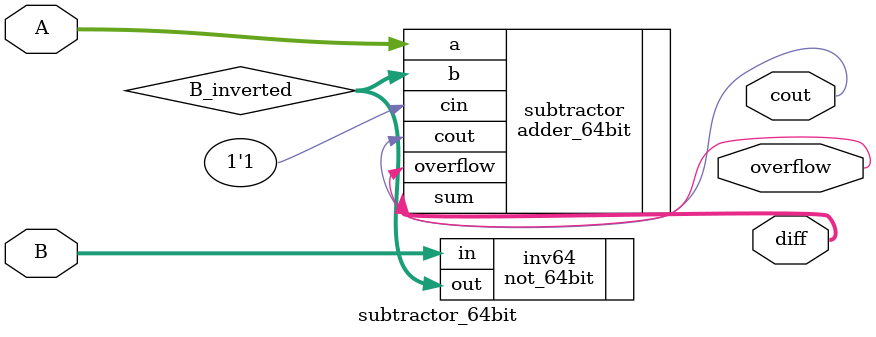
<source format=sv>
module subtractor_64bit (A, B, diff, cout, overflow);
	input logic [63:0] A, B;
	output logic [63:0] diff;
	output logic cout;
	output logic overflow;
	
	logic [63:0] B_inverted;
	not_64bit inv64 (.in(B), .out(B_inverted));
	
	// A - B = A + (-B)
	// -B = 2C form of B = bit flips + 1, so carry_in = 1
	
	adder_64bit subtractor (.a(A), .b(B_inverted), .cin(1'b1), .sum(diff), .cout(cout), .overflow(overflow));
endmodule

</source>
